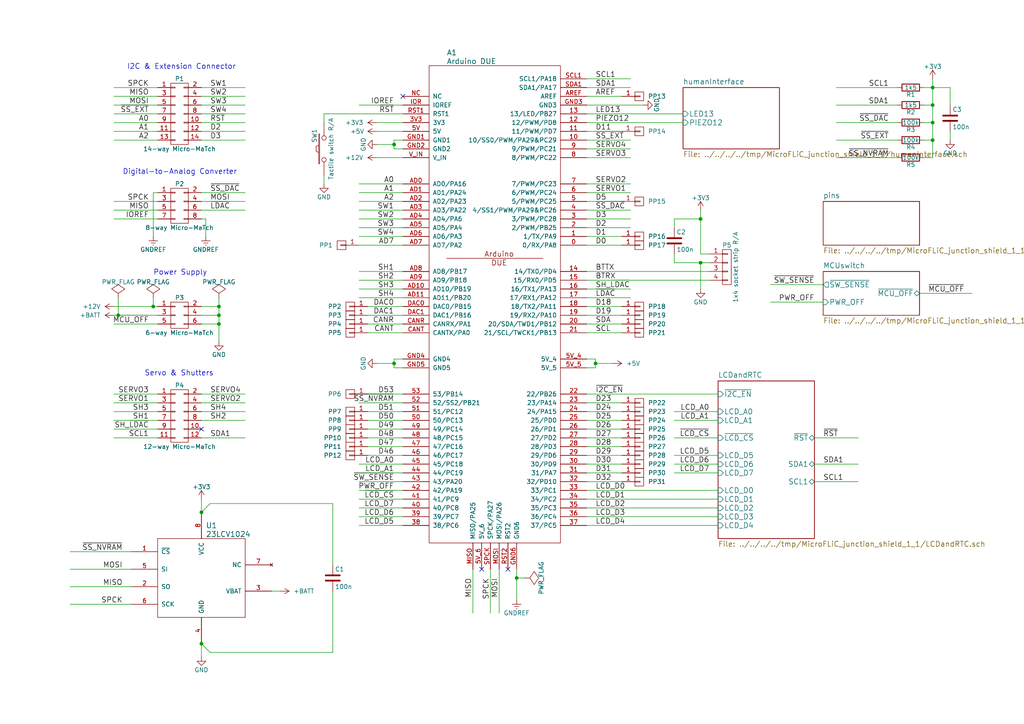
<source format=kicad_sch>
(kicad_sch (version 20230121) (generator eeschema)
  (paper "A4")
  (title_block (title "MicroFLiC junction shield") (date "2015-12-09") (rev "0") (company "King's College London"))
  (junction (at 270.51 25.4))
  (junction (at 203.2 76.2))
  (junction (at 58.42 148.59))
  (junction (at 270.51 35.56))
  (junction (at 58.42 186.69))
  (junction (at 149.86 167.64))
  (junction (at 44.45 88.9))
  (junction (at 270.51 30.48))
  (junction (at 63.5 93.98))
  (junction (at 63.5 91.44))
  (junction (at 63.5 88.9))
  (junction (at 270.51 40.64))
  (junction (at 34.29 91.44))
  (junction (at 114.3 41.91))
  (junction (at 114.3 105.41))
  (junction (at 203.2 63.5))
  (junction (at 172.72 105.41))
  (no_connect (at 147.32 165.1))
  (no_connect (at 58.42 124.46))
  (no_connect (at 139.7 165.1))
  (no_connect (at 116.84 27.94))
  (wire (pts (xy 170.18 30.48) (xy 186.69 30.48)))
  (wire (pts (xy 45.72 27.94) (xy 33.02 27.94)))
  (wire (pts (xy 270.51 30.48) (xy 270.51 35.56)))
  (wire (pts (xy 71.12 25.4) (xy 58.42 25.4)))
  (wire (pts (xy 170.18 88.9) (xy 180.34 88.9)))
  (wire (pts (xy 170.18 68.58) (xy 180.34 68.58)))
  (wire (pts (xy 114.3 106.68) (xy 116.84 106.68)))
  (wire (pts (xy 149.86 167.64) (xy 149.86 173.99)))
  (wire (pts (xy 71.12 40.64) (xy 58.42 40.64)))
  (wire (pts (xy 170.18 124.46) (xy 180.34 124.46)))
  (wire (pts (xy 144.78 165.1) (xy 144.78 177.8)))
  (wire (pts (xy 104.14 134.62) (xy 116.84 134.62)))
  (wire (pts (xy 33.02 124.46) (xy 45.72 124.46)))
  (wire (pts (xy 44.45 88.9) (xy 44.45 86.36)))
  (wire (pts (xy 195.58 137.16) (xy 208.28 137.16)))
  (wire (pts (xy 270.51 40.64) (xy 270.51 45.72)))
  (wire (pts (xy 45.72 55.88) (xy 44.45 55.88)))
  (wire (pts (xy 71.12 27.94) (xy 58.42 27.94)))
  (wire (pts (xy 170.18 55.88) (xy 182.88 55.88)))
  (wire (pts (xy 203.2 73.66) (xy 205.74 73.66)))
  (wire (pts (xy 58.42 186.69) (xy 58.42 190.5)))
  (wire (pts (xy 260.35 45.72) (xy 242.57 45.72)))
  (wire (pts (xy 270.51 25.4) (xy 275.59 25.4)))
  (wire (pts (xy 63.5 91.44) (xy 63.5 93.98)))
  (wire (pts (xy 152.4 167.64) (xy 149.86 167.64)))
  (wire (pts (xy 106.68 121.92) (xy 116.84 121.92)))
  (wire (pts (xy 170.18 43.18) (xy 182.88 43.18)))
  (wire (pts (xy 104.14 144.78) (xy 116.84 144.78)))
  (wire (pts (xy 170.18 38.1) (xy 180.34 38.1)))
  (wire (pts (xy 170.18 27.94) (xy 180.34 27.94)))
  (wire (pts (xy 116.84 30.48) (xy 104.14 30.48)))
  (wire (pts (xy 71.12 35.56) (xy 58.42 35.56)))
  (wire (pts (xy 38.1 165.1) (xy 20.32 165.1)))
  (wire (pts (xy 170.18 45.72) (xy 182.88 45.72)))
  (wire (pts (xy 170.18 144.78) (xy 208.28 144.78)))
  (wire (pts (xy 270.51 45.72) (xy 267.97 45.72)))
  (wire (pts (xy 275.59 25.4) (xy 275.59 30.48)))
  (wire (pts (xy 116.84 116.84) (xy 104.14 116.84)))
  (wire (pts (xy 170.18 71.12) (xy 180.34 71.12)))
  (wire (pts (xy 203.2 63.5) (xy 203.2 73.66)))
  (wire (pts (xy 45.72 25.4) (xy 33.02 25.4)))
  (wire (pts (xy 267.97 30.48) (xy 270.51 30.48)))
  (wire (pts (xy 195.58 127) (xy 208.28 127)))
  (wire (pts (xy 78.74 171.45) (xy 81.28 171.45)))
  (wire (pts (xy 45.72 60.96) (xy 33.02 60.96)))
  (wire (pts (xy 106.68 96.52) (xy 116.84 96.52)))
  (wire (pts (xy 170.18 129.54) (xy 180.34 129.54)))
  (wire (pts (xy 203.2 76.2) (xy 205.74 76.2)))
  (wire (pts (xy 170.18 134.62) (xy 180.34 134.62)))
  (wire (pts (xy 104.14 86.36) (xy 116.84 86.36)))
  (wire (pts (xy 170.18 119.38) (xy 180.34 119.38)))
  (wire (pts (xy 195.58 121.92) (xy 208.28 121.92)))
  (wire (pts (xy 33.02 88.9) (xy 44.45 88.9)))
  (wire (pts (xy 109.22 45.72) (xy 116.84 45.72)))
  (wire (pts (xy 170.18 91.44) (xy 180.34 91.44)))
  (wire (pts (xy 38.1 160.02) (xy 20.32 160.02)))
  (wire (pts (xy 114.3 41.91) (xy 109.22 41.91)))
  (wire (pts (xy 172.72 106.68) (xy 170.18 106.68)))
  (wire (pts (xy 33.02 33.02) (xy 45.72 33.02)))
  (wire (pts (xy 195.58 134.62) (xy 208.28 134.62)))
  (wire (pts (xy 96.52 146.05) (xy 60.96 146.05)))
  (wire (pts (xy 195.58 132.08) (xy 208.28 132.08)))
  (wire (pts (xy 106.68 132.08) (xy 116.84 132.08)))
  (wire (pts (xy 137.16 165.1) (xy 137.16 177.8)))
  (wire (pts (xy 58.42 55.88) (xy 71.12 55.88)))
  (wire (pts (xy 58.42 148.59) (xy 58.42 144.78)))
  (wire (pts (xy 45.72 127) (xy 33.02 127)))
  (wire (pts (xy 63.5 93.98) (xy 63.5 99.06)))
  (wire (pts (xy 63.5 93.98) (xy 58.42 93.98)))
  (wire (pts (xy 114.3 105.41) (xy 114.3 106.68)))
  (wire (pts (xy 170.18 58.42) (xy 180.34 58.42)))
  (wire (pts (xy 170.18 22.86) (xy 182.88 22.86)))
  (wire (pts (xy 170.18 93.98) (xy 180.34 93.98)))
  (wire (pts (xy 106.68 124.46) (xy 116.84 124.46)))
  (wire (pts (xy 266.7 85.09) (xy 281.94 85.09)))
  (wire (pts (xy 170.18 132.08) (xy 180.34 132.08)))
  (wire (pts (xy 114.3 41.91) (xy 114.3 43.18)))
  (wire (pts (xy 71.12 127) (xy 58.42 127)))
  (wire (pts (xy 60.96 146.05) (xy 58.42 148.59)))
  (wire (pts (xy 104.14 147.32) (xy 116.84 147.32)))
  (wire (pts (xy 170.18 114.3) (xy 208.28 114.3)))
  (wire (pts (xy 238.76 82.55) (xy 223.52 82.55)))
  (wire (pts (xy 104.14 149.86) (xy 116.84 149.86)))
  (wire (pts (xy 116.84 66.04) (xy 104.14 66.04)))
  (wire (pts (xy 203.2 76.2) (xy 203.2 83.82)))
  (wire (pts (xy 195.58 73.66) (xy 195.58 76.2)))
  (wire (pts (xy 63.5 91.44) (xy 58.42 91.44)))
  (wire (pts (xy 116.84 104.14) (xy 114.3 104.14)))
  (wire (pts (xy 59.69 63.5) (xy 59.69 68.58)))
  (wire (pts (xy 114.3 40.64) (xy 114.3 41.91)))
  (wire (pts (xy 106.68 88.9) (xy 116.84 88.9)))
  (wire (pts (xy 170.18 53.34) (xy 182.88 53.34)))
  (wire (pts (xy 106.68 129.54) (xy 116.84 129.54)))
  (wire (pts (xy 44.45 88.9) (xy 45.72 88.9)))
  (wire (pts (xy 236.22 127) (xy 248.92 127)))
  (wire (pts (xy 116.84 40.64) (xy 114.3 40.64)))
  (wire (pts (xy 63.5 86.36) (xy 63.5 88.9)))
  (wire (pts (xy 106.68 119.38) (xy 116.84 119.38)))
  (wire (pts (xy 170.18 63.5) (xy 182.88 63.5)))
  (wire (pts (xy 34.29 91.44) (xy 45.72 91.44)))
  (wire (pts (xy 33.02 119.38) (xy 45.72 119.38)))
  (wire (pts (xy 60.96 189.23) (xy 58.42 186.69)))
  (wire (pts (xy 170.18 121.92) (xy 180.34 121.92)))
  (wire (pts (xy 45.72 40.64) (xy 33.02 40.64)))
  (wire (pts (xy 267.97 40.64) (xy 270.51 40.64)))
  (wire (pts (xy 170.18 152.4) (xy 208.28 152.4)))
  (wire (pts (xy 45.72 63.5) (xy 33.02 63.5)))
  (wire (pts (xy 58.42 58.42) (xy 71.12 58.42)))
  (wire (pts (xy 38.1 175.26) (xy 20.32 175.26)))
  (wire (pts (xy 205.74 81.28) (xy 170.18 81.28)))
  (wire (pts (xy 104.14 152.4) (xy 116.84 152.4)))
  (wire (pts (xy 58.42 119.38) (xy 71.12 119.38)))
  (wire (pts (xy 172.72 104.14) (xy 172.72 105.41)))
  (wire (pts (xy 45.72 93.98) (xy 33.02 93.98)))
  (wire (pts (xy 260.35 40.64) (xy 242.57 40.64)))
  (wire (pts (xy 170.18 127) (xy 180.34 127)))
  (wire (pts (xy 116.84 33.02) (xy 93.98 33.02)))
  (wire (pts (xy 267.97 35.56) (xy 270.51 35.56)))
  (wire (pts (xy 116.84 78.74) (xy 104.14 78.74)))
  (wire (pts (xy 71.12 121.92) (xy 58.42 121.92)))
  (wire (pts (xy 170.18 83.82) (xy 182.88 83.82)))
  (wire (pts (xy 104.14 139.7) (xy 116.84 139.7)))
  (wire (pts (xy 58.42 63.5) (xy 59.69 63.5)))
  (wire (pts (xy 203.2 63.5) (xy 195.58 63.5)))
  (wire (pts (xy 170.18 142.24) (xy 208.28 142.24)))
  (wire (pts (xy 170.18 33.02) (xy 198.12 33.02)))
  (wire (pts (xy 106.68 127) (xy 116.84 127)))
  (wire (pts (xy 38.1 170.18) (xy 20.32 170.18)))
  (wire (pts (xy 170.18 40.64) (xy 182.88 40.64)))
  (wire (pts (xy 104.14 63.5) (xy 116.84 63.5)))
  (wire (pts (xy 58.42 88.9) (xy 63.5 88.9)))
  (wire (pts (xy 96.52 163.83) (xy 96.52 146.05)))
  (wire (pts (xy 106.68 114.3) (xy 116.84 114.3)))
  (wire (pts (xy 45.72 114.3) (xy 33.02 114.3)))
  (wire (pts (xy 116.84 35.56) (xy 109.22 35.56)))
  (wire (pts (xy 170.18 96.52) (xy 180.34 96.52)))
  (wire (pts (xy 114.3 105.41) (xy 109.22 105.41)))
  (wire (pts (xy 195.58 63.5) (xy 195.58 66.04)))
  (wire (pts (xy 96.52 171.45) (xy 96.52 189.23)))
  (wire (pts (xy 172.72 105.41) (xy 177.8 105.41)))
  (wire (pts (xy 93.98 50.8) (xy 93.98 53.34)))
  (wire (pts (xy 116.84 58.42) (xy 104.14 58.42)))
  (wire (pts (xy 45.72 35.56) (xy 33.02 35.56)))
  (wire (pts (xy 267.97 25.4) (xy 270.51 25.4)))
  (wire (pts (xy 149.86 165.1) (xy 149.86 167.64)))
  (wire (pts (xy 182.88 66.04) (xy 170.18 66.04)))
  (wire (pts (xy 116.84 38.1) (xy 109.22 38.1)))
  (wire (pts (xy 63.5 88.9) (xy 63.5 91.44)))
  (wire (pts (xy 270.51 35.56) (xy 270.51 40.64)))
  (wire (pts (xy 260.35 25.4) (xy 242.57 25.4)))
  (wire (pts (xy 116.84 53.34) (xy 104.14 53.34)))
  (wire (pts (xy 170.18 116.84) (xy 180.34 116.84)))
  (wire (pts (xy 170.18 139.7) (xy 180.34 139.7)))
  (wire (pts (xy 195.58 76.2) (xy 203.2 76.2)))
  (wire (pts (xy 260.35 35.56) (xy 242.57 35.56)))
  (wire (pts (xy 170.18 60.96) (xy 182.88 60.96)))
  (wire (pts (xy 58.42 38.1) (xy 71.12 38.1)))
  (wire (pts (xy 96.52 189.23) (xy 60.96 189.23)))
  (wire (pts (xy 114.3 104.14) (xy 114.3 105.41)))
  (wire (pts (xy 170.18 147.32) (xy 208.28 147.32)))
  (wire (pts (xy 45.72 116.84) (xy 33.02 116.84)))
  (wire (pts (xy 33.02 91.44) (xy 34.29 91.44)))
  (wire (pts (xy 170.18 149.86) (xy 208.28 149.86)))
  (wire (pts (xy 71.12 30.48) (xy 58.42 30.48)))
  (wire (pts (xy 203.2 60.96) (xy 203.2 63.5)))
  (wire (pts (xy 104.14 81.28) (xy 116.84 81.28)))
  (wire (pts (xy 270.51 25.4) (xy 270.51 30.48)))
  (wire (pts (xy 116.84 83.82) (xy 104.14 83.82)))
  (wire (pts (xy 58.42 33.02) (xy 71.12 33.02)))
  (wire (pts (xy 45.72 58.42) (xy 33.02 58.42)))
  (wire (pts (xy 104.14 137.16) (xy 116.84 137.16)))
  (wire (pts (xy 93.98 33.02) (xy 93.98 35.56)))
  (wire (pts (xy 106.68 93.98) (xy 116.84 93.98)))
  (wire (pts (xy 116.84 71.12) (xy 104.14 71.12)))
  (wire (pts (xy 71.12 114.3) (xy 58.42 114.3)))
  (wire (pts (xy 58.42 60.96) (xy 71.12 60.96)))
  (wire (pts (xy 34.29 91.44) (xy 34.29 86.36)))
  (wire (pts (xy 170.18 35.56) (xy 198.12 35.56)))
  (wire (pts (xy 104.14 142.24) (xy 116.84 142.24)))
  (wire (pts (xy 71.12 116.84) (xy 58.42 116.84)))
  (wire (pts (xy 270.51 22.86) (xy 270.51 25.4)))
  (wire (pts (xy 116.84 68.58) (xy 104.14 68.58)))
  (wire (pts (xy 275.59 38.1) (xy 275.59 40.64)))
  (wire (pts (xy 260.35 30.48) (xy 242.57 30.48)))
  (wire (pts (xy 33.02 38.1) (xy 45.72 38.1)))
  (wire (pts (xy 236.22 134.62) (xy 248.92 134.62)))
  (wire (pts (xy 170.18 86.36) (xy 182.88 86.36)))
  (wire (pts (xy 44.45 55.88) (xy 44.45 68.58)))
  (wire (pts (xy 116.84 60.96) (xy 104.14 60.96)))
  (wire (pts (xy 170.18 137.16) (xy 180.34 137.16)))
  (wire (pts (xy 223.52 87.63) (xy 238.76 87.63)))
  (wire (pts (xy 45.72 121.92) (xy 33.02 121.92)))
  (wire (pts (xy 172.72 105.41) (xy 172.72 106.68)))
  (wire (pts (xy 106.68 91.44) (xy 116.84 91.44)))
  (wire (pts (xy 236.22 139.7) (xy 248.92 139.7)))
  (wire (pts (xy 104.14 55.88) (xy 116.84 55.88)))
  (wire (pts (xy 142.24 165.1) (xy 142.24 177.8)))
  (wire (pts (xy 114.3 43.18) (xy 116.84 43.18)))
  (wire (pts (xy 170.18 78.74) (xy 205.74 78.74)))
  (wire (pts (xy 45.72 30.48) (xy 33.02 30.48)))
  (wire (pts (xy 170.18 25.4) (xy 182.88 25.4)))
  (wire (pts (xy 170.18 104.14) (xy 172.72 104.14)))
  (wire (pts (xy 195.58 119.38) (xy 208.28 119.38)))
  (text "I2C & Extension Connector" (at 36.83 20.32 0) (effects (font (size 1.524 1.524)) (justify left bottom)))
  (text "Servo & Shutters" (at 41.91 109.22 0) (effects (font (size 1.524 1.524)) (justify left bottom)))
  (text "Digital-to-Analog Converter" (at 35.56 50.8 0) (effects (font (size 1.524 1.524)) (justify left bottom)))
  (text "Power Supply" (at 44.45 80.01 0) (effects (font (size 1.524 1.524)) (justify left bottom)))
  (label "D25" (at 172.72 121.92 0) (effects (font (size 1.524 1.524))))
  (label "SH4" (at 60.96 119.38 0) (effects (font (size 1.524 1.524))))
  (label "SCL" (at 172.72 96.52 0) (effects (font (size 1.524 1.524))))
  (label "LCD_D6" (at 114.3 149.86 180) (effects (font (size 1.524 1.524))))
  (label "SDA1" (at 60.96 127 0) (effects (font (size 1.524 1.524))))
  (label "~{I2C_EN}" (at 172.72 114.3 0) (effects (font (size 1.524 1.524))))
  (label "SH_~{LDAC}" (at 172.72 83.82 0) (effects (font (size 1.524 1.524))))
  (label "LCD_A1" (at 114.3 137.16 180) (effects (font (size 1.524 1.524))))
  (label "D47" (at 114.3 129.54 180) (effects (font (size 1.524 1.524))))
  (label "~{SS_NVRAM}" (at 114.3 116.84 180) (effects (font (size 1.524 1.524))))
  (label "~{MCU_OFF}" (at 269.24 85.09 0) (effects (font (size 1.524 1.524))))
  (label "SCL1" (at 257.81 25.4 180) (effects (font (size 1.524 1.524))))
  (label "~{MCU_OFF}" (at 43.18 93.98 180) (effects (font (size 1.524 1.524))))
  (label "~{LDAC}" (at 60.96 60.96 0) (effects (font (size 1.524 1.524))))
  (label "~{LCD_CS}" (at 205.74 127 180) (effects (font (size 1.524 1.524))))
  (label "SERVO2" (at 60.96 116.84 0) (effects (font (size 1.524 1.524))))
  (label "SCL1" (at 238.76 139.7 0) (effects (font (size 1.524 1.524))))
  (label "SERVO4" (at 60.96 114.3 0) (effects (font (size 1.524 1.524))))
  (label "D1" (at 172.72 68.58 0) (effects (font (size 1.524 1.524))))
  (label "LED13" (at 172.72 33.02 0) (effects (font (size 1.524 1.524))))
  (label "D5" (at 172.72 58.42 0) (effects (font (size 1.524 1.524))))
  (label "MISO" (at 35.56 170.18 180) (effects (font (size 1.524 1.524))))
  (label "D28" (at 172.72 129.54 0) (effects (font (size 1.524 1.524))))
  (label "SERVO2" (at 172.72 53.34 0) (effects (font (size 1.524 1.524))))
  (label "SDA1" (at 257.81 30.48 180) (effects (font (size 1.524 1.524))))
  (label "SDA1" (at 172.72 25.4 0) (effects (font (size 1.524 1.524))))
  (label "~{SS_EXT}" (at 257.81 40.64 180) (effects (font (size 1.524 1.524))))
  (label "SH3" (at 114.3 83.82 180) (effects (font (size 1.524 1.524))))
  (label "D3" (at 172.72 63.5 0) (effects (font (size 1.524 1.524))))
  (label "~{RST}" (at 60.96 35.56 0) (effects (font (size 1.524 1.524))))
  (label "D50" (at 114.3 121.92 180) (effects (font (size 1.524 1.524))))
  (label "LCD_D5" (at 114.3 152.4 180) (effects (font (size 1.524 1.524))))
  (label "A0" (at 43.18 35.56 180) (effects (font (size 1.524 1.524))))
  (label "MISO" (at 43.18 60.96 180) (effects (font (size 1.524 1.524))))
  (label "D31" (at 172.72 137.16 0) (effects (font (size 1.524 1.524))))
  (label "SW4" (at 114.3 68.58 180) (effects (font (size 1.524 1.524))))
  (label "D24" (at 172.72 119.38 0) (effects (font (size 1.524 1.524))))
  (label "D29" (at 172.72 132.08 0) (effects (font (size 1.524 1.524))))
  (label "A2" (at 43.18 40.64 180) (effects (font (size 1.524 1.524))))
  (label "LCD_D6" (at 205.74 134.62 180) (effects (font (size 1.524 1.524))))
  (label "SH4" (at 114.3 86.36 180) (effects (font (size 1.524 1.524))))
  (label "D51" (at 114.3 119.38 180) (effects (font (size 1.524 1.524))))
  (label "D49" (at 114.3 124.46 180) (effects (font (size 1.524 1.524))))
  (label "~{SS_DAC}" (at 172.72 60.96 0) (effects (font (size 1.524 1.524))))
  (label "CANR" (at 114.3 93.98 180) (effects (font (size 1.524 1.524))))
  (label "SERVO1" (at 43.18 116.84 180) (effects (font (size 1.524 1.524))))
  (label "IOREF" (at 114.3 30.48 180) (effects (font (size 1.524 1.524))))
  (label "D0" (at 172.72 71.12 0) (effects (font (size 1.524 1.524))))
  (label "SW2" (at 114.3 63.5 180) (effects (font (size 1.524 1.524))))
  (label "A2" (at 114.3 58.42 180) (effects (font (size 1.524 1.524))))
  (label "D32" (at 172.72 139.7 0) (effects (font (size 1.524 1.524))))
  (label "~{LDAC}" (at 172.72 86.36 0) (effects (font (size 1.524 1.524))))
  (label "SCL1" (at 43.18 127 180) (effects (font (size 1.524 1.524))))
  (label "CANT" (at 114.3 96.52 180) (effects (font (size 1.524 1.524))))
  (label "MISO" (at 43.18 27.94 180) (effects (font (size 1.524 1.524))))
  (label "SH_~{LDAC}" (at 43.18 124.46 180) (effects (font (size 1.524 1.524))))
  (label "BTRX" (at 172.72 81.28 0) (effects (font (size 1.524 1.524))))
  (label "~{RST}" (at 238.76 127 0) (effects (font (size 1.524 1.524))))
  (label "LCD_D2" (at 172.72 147.32 0) (effects (font (size 1.524 1.524))))
  (label "DAC1" (at 114.3 91.44 180) (effects (font (size 1.524 1.524))))
  (label "IOREF" (at 43.18 63.5 180) (effects (font (size 1.524 1.524))))
  (label "A1" (at 43.18 38.1 180) (effects (font (size 1.524 1.524))))
  (label "BTTX" (at 172.72 78.74 0) (effects (font (size 1.524 1.524))))
  (label "LCD_D0" (at 172.72 142.24 0) (effects (font (size 1.524 1.524))))
  (label "MOSI" (at 144.78 167.64 270) (effects (font (size 1.524 1.524))))
  (label "~{SW_SENSE}" (at 114.3 139.7 180) (effects (font (size 1.524 1.524))))
  (label "MOSI" (at 35.56 165.1 180) (effects (font (size 1.524 1.524))))
  (label "A1" (at 114.3 55.88 180) (effects (font (size 1.524 1.524))))
  (label "D27" (at 172.72 127 0) (effects (font (size 1.524 1.524))))
  (label "~{LCD_CS}" (at 114.3 144.78 180) (effects (font (size 1.524 1.524))))
  (label "MOSI" (at 43.18 30.48 180) (effects (font (size 1.524 1.524))))
  (label "SCL1" (at 172.72 22.86 0) (effects (font (size 1.524 1.524))))
  (label "D19" (at 172.72 91.44 0) (effects (font (size 1.524 1.524))))
  (label "SPCK" (at 43.18 58.42 180) (effects (font (size 1.524 1.524))))
  (label "LCD_D3" (at 172.72 149.86 0) (effects (font (size 1.524 1.524))))
  (label "SPCK" (at 142.24 167.64 270) (effects (font (size 1.524 1.524))))
  (label "D2" (at 60.96 38.1 0) (effects (font (size 1.524 1.524))))
  (label "~{RST}" (at 114.3 33.02 180) (effects (font (size 1.524 1.524))))
  (label "LCD_D5" (at 205.74 132.08 180) (effects (font (size 1.524 1.524))))
  (label "~{SS_DAC}" (at 257.81 35.56 180) (effects (font (size 1.524 1.524))))
  (label "SERVO1" (at 172.72 55.88 0) (effects (font (size 1.524 1.524))))
  (label "SW3" (at 114.3 66.04 180) (effects (font (size 1.524 1.524))))
  (label "~{SS_EXT}" (at 172.72 40.64 0) (effects (font (size 1.524 1.524))))
  (label "SDA" (at 172.72 93.98 0) (effects (font (size 1.524 1.524))))
  (label "D3" (at 60.96 40.64 0) (effects (font (size 1.524 1.524))))
  (label "SDA1" (at 238.76 134.62 0) (effects (font (size 1.524 1.524))))
  (label "MOSI" (at 60.96 58.42 0) (effects (font (size 1.524 1.524))))
  (label "D23" (at 172.72 116.84 0) (effects (font (size 1.524 1.524))))
  (label "SPCK" (at 35.56 175.26 180) (effects (font (size 1.524 1.524))))
  (label "DAC0" (at 114.3 88.9 180) (effects (font (size 1.524 1.524))))
  (label "D26" (at 172.72 124.46 0) (effects (font (size 1.524 1.524))))
  (label "LCD_A0" (at 114.3 134.62 180) (effects (font (size 1.524 1.524))))
  (label "SH1" (at 114.3 78.74 180) (effects (font (size 1.524 1.524))))
  (label "SH3" (at 43.18 119.38 180) (effects (font (size 1.524 1.524))))
  (label "PIEZO12" (at 172.72 35.56 0) (effects (font (size 1.524 1.524))))
  (label "SH1" (at 43.18 121.92 180) (effects (font (size 1.524 1.524))))
  (label "PWR_OFF" (at 236.22 87.63 180) (effects (font (size 1.524 1.524))))
  (label "LCD_D1" (at 172.72 144.78 0) (effects (font (size 1.524 1.524))))
  (label "SW4" (at 60.96 33.02 0) (effects (font (size 1.524 1.524))))
  (label "SW1" (at 114.3 60.96 180) (effects (font (size 1.524 1.524))))
  (label "SW2" (at 60.96 27.94 0) (effects (font (size 1.524 1.524))))
  (label "~{SW_SENSE}" (at 236.22 82.55 180) (effects (font (size 1.524 1.524))))
  (label "SW1" (at 60.96 25.4 0) (effects (font (size 1.524 1.524))))
  (label "SH2" (at 60.96 121.92 0) (effects (font (size 1.524 1.524))))
  (label "D2" (at 172.72 66.04 0) (effects (font (size 1.524 1.524))))
  (label "LCD_D4" (at 172.72 152.4 0) (effects (font (size 1.524 1.524))))
  (label "SPCK" (at 43.18 25.4 180) (effects (font (size 1.524 1.524))))
  (label "SERVO4" (at 172.72 43.18 0) (effects (font (size 1.524 1.524))))
  (label "~{SS_EXT}" (at 43.18 33.02 180) (effects (font (size 1.524 1.524))))
  (label "D46" (at 114.3 132.08 180) (effects (font (size 1.524 1.524))))
  (label "~{SS_NVRAM}" (at 35.56 160.02 180) (effects (font (size 1.524 1.524))))
  (label "SW3" (at 60.96 30.48 0) (effects (font (size 1.524 1.524))))
  (label "~{SS_NVRAM}" (at 257.81 45.72 180) (effects (font (size 1.524 1.524))))
  (label "PWR_OFF" (at 114.3 142.24 180) (effects (font (size 1.524 1.524))))
  (label "SH2" (at 114.3 81.28 180) (effects (font (size 1.524 1.524))))
  (label "D53" (at 114.3 114.3 180) (effects (font (size 1.524 1.524))))
  (label "AD7" (at 114.3 71.12 180) (effects (font (size 1.524 1.524))))
  (label "D18" (at 172.72 88.9 0) (effects (font (size 1.524 1.524))))
  (label "AREF" (at 172.72 27.94 0) (effects (font (size 1.524 1.524))))
  (label "D48" (at 114.3 127 180) (effects (font (size 1.524 1.524))))
  (label "LCD_D7" (at 205.74 137.16 180) (effects (font (size 1.524 1.524))))
  (label "~{SS_DAC}" (at 60.96 55.88 0) (effects (font (size 1.524 1.524))))
  (label "SERVO3" (at 172.72 45.72 0) (effects (font (size 1.524 1.524))))
  (label "LCD_A1" (at 205.74 121.92 180) (effects (font (size 1.524 1.524))))
  (label "SERVO3" (at 43.18 114.3 180) (effects (font (size 1.524 1.524))))
  (label "A0" (at 114.3 53.34 180) (effects (font (size 1.524 1.524))))
  (label "D30" (at 172.72 134.62 0) (effects (font (size 1.524 1.524))))
  (label "MISO" (at 137.16 167.64 270) (effects (font (size 1.524 1.524))))
  (label "LCD_A0" (at 205.74 119.38 180) (effects (font (size 1.524 1.524))))
  (label "D11" (at 172.72 38.1 0) (effects (font (size 1.524 1.524))))
  (label "LCD_D7" (at 114.3 147.32 180) (effects (font (size 1.524 1.524))))
  (symbol (lib_id "MicroFLiC_junction_shield-rescue:ARDUINO_DUE_SHIELD") (at 144.78 74.93 0) (unit 1)
    (property "Reference" "A1" (at 129.54 15.24 0) (effects (font (size 1.524 1.524)) (justify left)))
    (property "Value" "Arduino DUE" (at 129.54 17.78 0) (effects (font (size 1.524 1.524)) (justify left)))
    (property "Footprint" "jakub:ARDUINO_DUE" (effects hide))
    (property "Part Number" "A000062" (effects hide))
    (property "Manufacturer" "Arduino" (effects hide))
    (property "Package" "Arduino DUE" (effects hide))
    (property "Supplier" "Farnell" (effects hide))
    (property "Order Code" "2250861" (effects hide))
    (property "Alt. Supplier" "Mouser" (effects hide))
    (property "Alt. Order Code" "782-A000062" (effects hide))
    (property "Note" "Arduino/Genuino DUE development board" (effects hide))
  )
  (symbol (lib_id "MicroFLiC_junction_shield-rescue:CONN_02X07") (at 52.07 33.02 0) (unit 1)
    (property "Reference" "P1" (at 52.07 22.86 0))
    (property "Value" "14-way Micro-MaTch" (at 52.07 43.18 0))
    (property "Footprint" "jakub:1-188275-4" (effects hide))
    (property "Part Number" "8-188275-4" (effects hide))
    (property "Manufacturer" "TE Connectivity" (effects hide))
    (property "Package" "Micro-MaTch SMD" (effects hide))
    (property "Supplier" "Farnell" (effects hide))
    (property "Order Code" "3784769" (effects hide))
    (property "Alt. Supplier" "Mouser" (effects hide))
    (property "Alt. Order Code" "571-8-188275-4" (effects hide))
    (property "Note" "14-way SMD Micro-MaTch connector" (effects hide))
  )
  (symbol (lib_id "MicroFLiC_junction_shield-rescue:CONN_02X04") (at 52.07 59.69 0) (unit 1)
    (property "Reference" "P2" (at 52.07 53.34 0))
    (property "Value" "8-way Micro-MaTch" (at 52.07 66.04 0))
    (property "Footprint" "jakub:7-188275-8" (effects hide))
    (property "Part Number" "7-188275-8" (effects hide))
    (property "Manufacturer" "TE Connectivity" (effects hide))
    (property "Package" "Micro-MaTch SMD" (effects hide))
    (property "Supplier" "Farnell" (effects hide))
    (property "Order Code" "3784733" (effects hide))
    (property "Alt. Supplier" "Mouser" (effects hide))
    (property "Alt. Order Code" "571-7-188275-8" (effects hide))
    (property "Note" "8-way SMD Micro-MaTch connector" (effects hide))
  )
  (symbol (lib_id "MicroFLiC_junction_shield-rescue:CONN_02X03") (at 52.07 91.44 0) (unit 1)
    (property "Reference" "P3" (at 52.07 86.36 0))
    (property "Value" "6-way Micro-MaTch" (at 52.07 96.52 0))
    (property "Footprint" "jakub:7-188275-6" (effects hide))
    (property "Part Number" "7-188275-6" (effects hide))
    (property "Manufacturer" "TE Connectivity" (effects hide))
    (property "Package" "Micro-MaTch SMD" (effects hide))
    (property "Supplier" "Farnell" (effects hide))
    (property "Order Code" "1056234" (effects hide))
    (property "Alt. Supplier" "Mouser" (effects hide))
    (property "Alt. Order Code" "571-71882756" (effects hide))
    (property "Note" "6-way SMD Micro-MaTch connector" (effects hide))
  )
  (symbol (lib_id "MicroFLiC_junction_shield-rescue:+12V") (at 33.02 88.9 90) (unit 1)
    (property "Reference" "#PWR01" (effects hide))
    (property "Value" "+12V" (at 29.21 88.9 90) (effects (justify left)))
  )
  (symbol (lib_id "MicroFLiC_junction_shield-rescue:+BATT") (at 33.02 91.44 90) (unit 1)
    (property "Reference" "#PWR02" (effects hide))
    (property "Value" "+BATT" (at 29.21 91.44 90) (effects (justify left)))
  )
  (symbol (lib_id "MicroFLiC_junction_shield-rescue:GND") (at 63.5 99.06 0) (unit 1)
    (property "Reference" "#PWR03" (effects hide))
    (property "Value" "GND" (at 63.5 102.87 0))
  )
  (symbol (lib_id "MicroFLiC_junction_shield-rescue:CONN_02X06") (at 52.07 120.65 0) (unit 1)
    (property "Reference" "P4" (at 52.07 111.76 0))
    (property "Value" "12-way Micro-MaTch" (at 52.07 129.54 0))
    (property "Footprint" "jakub:1-188275-2" (effects hide))
    (property "Part Number" "8-188275-2" (effects hide))
    (property "Manufacturer" "TE Connectivity" (effects hide))
    (property "Package" "Micro-MaTch SMD" (effects hide))
    (property "Supplier" "Farnell" (effects hide))
    (property "Order Code" "3784757" (effects hide))
    (property "Alt. Supplier" "Mouser" (effects hide))
    (property "Alt. Order Code" "571-8-188275-2" (effects hide))
    (property "Note" "12-way SMD Micro-MaTch connector" (effects hide))
  )
  (symbol (lib_id "MicroFLiC_junction_shield-rescue:SW_PUSH") (at 93.98 43.18 90) (unit 1)
    (property "Reference" "SW1" (at 91.186 39.37 0))
    (property "Value" "Tactile switch R/A" (at 96.012 43.18 0))
    (property "Footprint" "jakub:tactileSwitchRA" (effects hide))
    (property "Part Number" "MCDTSA6-5N" (effects hide))
    (property "Manufacturer" "Multicomp" (effects hide))
    (property "Package" "R/A pushbutton" (effects hide))
    (property "Supplier" "Farnell" (effects hide))
    (property "Order Code" "9471804" (effects hide))
    (property "Alt. Supplier" "Mouser" (effects hide))
    (property "Alt. Order Code" "506-FSMRA3JH" (effects hide))
    (property "Note" "Right-angle tactile switch" (effects hide))
  )
  (symbol (lib_id "MicroFLiC_junction_shield-rescue:GND") (at 93.98 53.34 0) (unit 1)
    (property "Reference" "#PWR04" (effects hide))
    (property "Value" "GND" (at 93.98 57.15 0))
  )
  (symbol (lib_id "MicroFLiC_junction_shield-rescue:+3V3") (at 109.22 35.56 90) (unit 1)
    (property "Reference" "#PWR05" (effects hide))
    (property "Value" "+3V3" (at 105.41 35.56 90) (effects (justify left)))
  )
  (symbol (lib_id "MicroFLiC_junction_shield-rescue:+5V") (at 109.22 38.1 90) (unit 1)
    (property "Reference" "#PWR06" (effects hide))
    (property "Value" "+5V" (at 105.664 38.1 90) (effects (justify left)))
  )
  (symbol (lib_id "MicroFLiC_junction_shield-rescue:GND") (at 109.22 41.91 270) (unit 1)
    (property "Reference" "#PWR07" (effects hide))
    (property "Value" "GND" (at 105.41 41.91 0))
  )
  (symbol (lib_id "MicroFLiC_junction_shield-rescue:+12V") (at 109.22 45.72 90) (unit 1)
    (property "Reference" "#PWR08" (effects hide))
    (property "Value" "+12V" (at 105.41 45.72 90) (effects (justify left)))
  )
  (symbol (lib_id "MicroFLiC_junction_shield-rescue:GND") (at 109.22 105.41 270) (unit 1)
    (property "Reference" "#PWR09" (effects hide))
    (property "Value" "GND" (at 105.41 105.41 0))
  )
  (symbol (lib_id "MicroFLiC_junction_shield-rescue:+5V") (at 177.8 105.41 270) (unit 1)
    (property "Reference" "#PWR010" (effects hide))
    (property "Value" "+5V" (at 181.61 105.41 90) (effects (justify left)))
  )
  (symbol (lib_id "MicroFLiC_junction_shield-rescue:GND") (at 186.69 30.48 90) (unit 1)
    (property "Reference" "#PWR011" (effects hide))
    (property "Value" "GND" (at 190.5 30.48 0))
  )
  (symbol (lib_id "MicroFLiC_junction_shield-rescue:GNDREF") (at 44.45 68.58 0) (unit 1)
    (property "Reference" "#PWR012" (effects hide))
    (property "Value" "GNDREF" (at 44.45 72.39 0))
  )
  (symbol (lib_id "MicroFLiC_junction_shield-rescue:GNDREF") (at 59.69 68.58 0) (unit 1)
    (property "Reference" "#PWR013" (effects hide))
    (property "Value" "GNDREF" (at 59.69 72.39 0))
  )
  (symbol (lib_id "MicroFLiC_junction_shield-rescue:GNDREF") (at 149.86 173.99 0) (unit 1)
    (property "Reference" "#PWR014" (effects hide))
    (property "Value" "GNDREF" (at 149.86 177.8 0))
  )
  (symbol (lib_id "MicroFLiC_junction_shield-rescue:CONN_01X04") (at 210.82 77.47 0) (unit 1)
    (property "Reference" "P5" (at 210.82 71.12 0))
    (property "Value" "1x4 socket strip R/A" (at 213.36 77.47 90))
    (property "Footprint" "Socket_Strips:Socket_Strip_Straight_1x04" (effects hide))
    (property "Part Number" "SSW-104-02-G-S-RA" (effects hide))
    (property "Manufacturer" "Samtec" (effects hide))
    (property "Package" "SIL-4" (effects hide))
    (property "Supplier" "Farnell" (effects hide))
    (property "Order Code" "1668345" (effects hide))
    (property "Alt. Supplier" "Samtec" (effects hide))
    (property "Alt. Order Code" "SSW-104-02-G-S-RA" (effects hide))
    (property "Note" "1x4 right-angle socket strip" (effects hide))
  )
  (symbol (lib_id "MicroFLiC_junction_shield-rescue:+3V3") (at 203.2 60.96 0) (unit 1)
    (property "Reference" "#PWR015" (effects hide))
    (property "Value" "+3V3" (at 203.2 57.404 0))
  )
  (symbol (lib_id "MicroFLiC_junction_shield-rescue:GND") (at 203.2 83.82 0) (unit 1)
    (property "Reference" "#PWR016" (effects hide))
    (property "Value" "GND" (at 203.2 87.63 0))
  )
  (symbol (lib_id "MicroFLiC_junction_shield-rescue:+3V3") (at 270.51 22.86 0) (unit 1)
    (property "Reference" "#PWR017" (effects hide))
    (property "Value" "+3V3" (at 270.51 19.304 0))
  )
  (symbol (lib_id "MicroFLiC_junction_shield-rescue:GND") (at 275.59 40.64 0) (unit 1)
    (property "Reference" "#PWR018" (effects hide))
    (property "Value" "GND" (at 275.59 44.45 0))
  )
  (symbol (lib_id "MicroFLiC_junction_shield-rescue:23LVC1024") (at 58.42 167.64 0) (unit 1)
    (property "Reference" "U1" (at 59.69 152.4 0) (effects (font (size 1.524 1.524)) (justify left)))
    (property "Value" "23LCV1024" (at 59.69 154.94 0) (effects (font (size 1.524 1.524)) (justify left)))
    (property "Footprint" "Housings_SOIC:SOIC-8_3.9x4.9mm_Pitch1.27mm" (effects hide))
    (property "Part Number" "23LCV1024-I/SN" (effects hide))
    (property "Manufacturer" "Microchip" (effects hide))
    (property "Package" "SOIC-8" (effects hide))
    (property "Supplier" "Farnell" (effects hide))
    (property "Order Code" "2291919" (effects hide))
    (property "Alt. Supplier" "Mouser" (effects hide))
    (property "Alt. Order Code" "579-23LCV1024-I/SN" (effects hide))
    (property "Note" "1 Mbit SPI serial SRAM with battery backup and SDI interface" (effects hide))
  )
  (symbol (lib_id "MicroFLiC_junction_shield-rescue:+BATT") (at 81.28 171.45 270) (unit 1)
    (property "Reference" "#PWR019" (effects hide))
    (property "Value" "+BATT" (at 85.09 171.45 90) (effects (justify left)))
  )
  (symbol (lib_id "MicroFLiC_junction_shield-rescue:C") (at 96.52 167.64 0) (unit 1)
    (property "Reference" "C1" (at 97.155 165.1 0) (effects (justify left)))
    (property "Value" "100n" (at 97.155 170.18 0) (effects (justify left)))
    (property "Footprint" "Capacitors_SMD:C_0805" (effects hide))
    (property "Part Number" "MC0805B104K250CT" (effects hide))
    (property "Manufacturer" "Multicomp" (effects hide))
    (property "Package" "0805" (effects hide))
    (property "Supplier" "Farnell" (effects hide))
    (property "Order Code" "1759166" (effects hide))
    (property "Alt. Supplier" "Mouser" (effects hide))
    (property "Alt. Order Code" "710-885012207098" (effects hide))
    (property "Note" "100nF/50V X7R 0805 ceramic capacitor" (effects hide))
  )
  (symbol (lib_id "MicroFLiC_junction_shield-rescue:GND") (at 58.42 190.5 0) (unit 1)
    (property "Reference" "#PWR020" (effects hide))
    (property "Value" "GND" (at 58.42 194.31 0))
  )
  (symbol (lib_id "MicroFLiC_junction_shield-rescue:+3V3") (at 58.42 144.78 0) (unit 1)
    (property "Reference" "#PWR021" (effects hide))
    (property "Value" "+3V3" (at 58.42 141.224 0))
  )
  (symbol (lib_id "MicroFLiC_junction_shield-rescue:CONN_01X01") (at 185.42 27.94 0) (unit 1)
    (property "Reference" "PP13" (at 187.96 27.94 0) (effects (justify left)))
    (property "Value" "CONN_01X01" (effects hide))
    (property "Footprint" "jakub:PIN_ARRAY_1" (effects hide))
  )
  (symbol (lib_id "MicroFLiC_junction_shield-rescue:CONN_01X01") (at 185.42 38.1 0) (unit 1)
    (property "Reference" "PP14" (at 187.96 38.1 0) (effects (justify left)))
    (property "Value" "CONN_01X01" (effects hide))
    (property "Footprint" "jakub:PIN_ARRAY_1" (effects hide))
  )
  (symbol (lib_id "MicroFLiC_junction_shield-rescue:CONN_01X01") (at 101.6 132.08 0) (mirror y) (unit 1)
    (property "Reference" "PP12" (at 99.06 132.08 0) (effects (justify left)))
    (property "Value" "CONN_01X01" (effects hide))
    (property "Footprint" "jakub:PIN_ARRAY_1" (effects hide))
  )
  (symbol (lib_id "MicroFLiC_junction_shield-rescue:CONN_01X01") (at 99.06 71.12 180) (unit 1)
    (property "Reference" "PP1" (at 96.52 71.12 0) (effects (justify left)))
    (property "Value" "CONN_01X01" (effects hide))
    (property "Footprint" "jakub:PIN_ARRAY_1" (effects hide))
  )
  (symbol (lib_id "MicroFLiC_junction_shield-rescue:CONN_01X01") (at 185.42 68.58 0) (unit 1)
    (property "Reference" "PP16" (at 187.96 68.58 0) (effects (justify left)))
    (property "Value" "CONN_01X01" (effects hide))
    (property "Footprint" "jakub:PIN_ARRAY_1" (effects hide))
  )
  (symbol (lib_id "MicroFLiC_junction_shield-rescue:CONN_01X01") (at 185.42 58.42 0) (unit 1)
    (property "Reference" "PP15" (at 187.96 58.42 0) (effects (justify left)))
    (property "Value" "CONN_01X01" (effects hide))
    (property "Footprint" "jakub:PIN_ARRAY_1" (effects hide))
  )
  (symbol (lib_id "MicroFLiC_junction_shield-rescue:CONN_01X01") (at 185.42 71.12 0) (unit 1)
    (property "Reference" "PP17" (at 187.96 71.12 0) (effects (justify left)))
    (property "Value" "CONN_01X01" (effects hide))
    (property "Footprint" "jakub:PIN_ARRAY_1" (effects hide))
  )
  (symbol (lib_id "MicroFLiC_junction_shield-rescue:CONN_01X01") (at 185.42 88.9 0) (unit 1)
    (property "Reference" "PP18" (at 187.96 88.9 0) (effects (justify left)))
    (property "Value" "CONN_01X01" (effects hide))
    (property "Footprint" "jakub:PIN_ARRAY_1" (effects hide))
  )
  (symbol (lib_id "MicroFLiC_junction_shield-rescue:CONN_01X01") (at 101.6 88.9 180) (unit 1)
    (property "Reference" "PP2" (at 99.06 88.9 0) (effects (justify left)))
    (property "Value" "CONN_01X01" (effects hide))
    (property "Footprint" "jakub:PIN_ARRAY_1" (effects hide))
  )
  (symbol (lib_id "MicroFLiC_junction_shield-rescue:CONN_01X01") (at 101.6 91.44 180) (unit 1)
    (property "Reference" "PP3" (at 99.06 91.44 0) (effects (justify left)))
    (property "Value" "CONN_01X01" (effects hide))
    (property "Footprint" "jakub:PIN_ARRAY_1" (effects hide))
  )
  (symbol (lib_id "MicroFLiC_junction_shield-rescue:CONN_01X01") (at 101.6 93.98 180) (unit 1)
    (property "Reference" "PP4" (at 99.06 93.98 0) (effects (justify left)))
    (property "Value" "CONN_01X01" (effects hide))
    (property "Footprint" "jakub:PIN_ARRAY_1" (effects hide))
  )
  (symbol (lib_id "MicroFLiC_junction_shield-rescue:CONN_01X01") (at 101.6 96.52 180) (unit 1)
    (property "Reference" "PP5" (at 99.06 96.52 0) (effects (justify left)))
    (property "Value" "CONN_01X01" (effects hide))
    (property "Footprint" "jakub:PIN_ARRAY_1" (effects hide))
  )
  (symbol (lib_id "MicroFLiC_junction_shield-rescue:CONN_01X01") (at 101.6 114.3 180) (unit 1)
    (property "Reference" "PP6" (at 99.06 114.3 0) (effects (justify left)))
    (property "Value" "CONN_01X01" (effects hide))
    (property "Footprint" "jakub:PIN_ARRAY_1" (effects hide))
  )
  (symbol (lib_id "MicroFLiC_junction_shield-rescue:CONN_01X01") (at 101.6 119.38 180) (unit 1)
    (property "Reference" "PP7" (at 99.06 119.38 0) (effects (justify left)))
    (property "Value" "CONN_01X01" (effects hide))
    (property "Footprint" "jakub:PIN_ARRAY_1" (effects hide))
  )
  (symbol (lib_id "MicroFLiC_junction_shield-rescue:CONN_01X01") (at 101.6 121.92 180) (unit 1)
    (property "Reference" "PP8" (at 99.06 121.92 0) (effects (justify left)))
    (property "Value" "CONN_01X01" (effects hide))
    (property "Footprint" "jakub:PIN_ARRAY_1" (effects hide))
  )
  (symbol (lib_id "MicroFLiC_junction_shield-rescue:CONN_01X01") (at 101.6 124.46 180) (unit 1)
    (property "Reference" "PP9" (at 99.06 124.46 0) (effects (justify left)))
    (property "Value" "CONN_01X01" (effects hide))
    (property "Footprint" "jakub:PIN_ARRAY_1" (effects hide))
  )
  (symbol (lib_id "MicroFLiC_junction_shield-rescue:CONN_01X01") (at 101.6 127 180) (unit 1)
    (property "Reference" "PP10" (at 99.06 127 0) (effects (justify left)))
    (property "Value" "CONN_01X01" (effects hide))
    (property "Footprint" "jakub:PIN_ARRAY_1" (effects hide))
  )
  (symbol (lib_id "MicroFLiC_junction_shield-rescue:CONN_01X01") (at 101.6 129.54 180) (unit 1)
    (property "Reference" "PP11" (at 99.06 129.54 0) (effects (justify left)))
    (property "Value" "CONN_01X01" (effects hide))
    (property "Footprint" "jakub:PIN_ARRAY_1" (effects hide))
  )
  (symbol (lib_id "MicroFLiC_junction_shield-rescue:CONN_01X01") (at 185.42 91.44 0) (unit 1)
    (property "Reference" "PP19" (at 187.96 91.44 0) (effects (justify left)))
    (property "Value" "CONN_01X01" (effects hide))
    (property "Footprint" "jakub:PIN_ARRAY_1" (effects hide))
  )
  (symbol (lib_id "MicroFLiC_junction_shield-rescue:CONN_01X01") (at 185.42 137.16 0) (unit 1)
    (property "Reference" "PP30" (at 187.96 137.16 0) (effects (justify left)))
    (property "Value" "CONN_01X01" (effects hide))
    (property "Footprint" "jakub:PIN_ARRAY_1" (effects hide))
  )
  (symbol (lib_id "MicroFLiC_junction_shield-rescue:CONN_01X01") (at 185.42 139.7 0) (unit 1)
    (property "Reference" "PP31" (at 187.96 139.7 0) (effects (justify left)))
    (property "Value" "CONN_01X01" (effects hide))
    (property "Footprint" "jakub:PIN_ARRAY_1" (effects hide))
  )
  (symbol (lib_id "MicroFLiC_junction_shield-rescue:CONN_01X01") (at 185.42 116.84 0) (unit 1)
    (property "Reference" "PP22" (at 187.96 116.84 0) (effects (justify left)))
    (property "Value" "CONN_01X01" (effects hide))
    (property "Footprint" "jakub:PIN_ARRAY_1" (effects hide))
  )
  (symbol (lib_id "MicroFLiC_junction_shield-rescue:CONN_01X01") (at 185.42 119.38 0) (unit 1)
    (property "Reference" "PP23" (at 187.96 119.38 0) (effects (justify left)))
    (property "Value" "CONN_01X01" (effects hide))
    (property "Footprint" "jakub:PIN_ARRAY_1" (effects hide))
  )
  (symbol (lib_id "MicroFLiC_junction_shield-rescue:CONN_01X01") (at 185.42 121.92 0) (unit 1)
    (property "Reference" "PP24" (at 187.96 121.92 0) (effects (justify left)))
    (property "Value" "CONN_01X01" (effects hide))
    (property "Footprint" "jakub:PIN_ARRAY_1" (effects hide))
  )
  (symbol (lib_id "MicroFLiC_junction_shield-rescue:CONN_01X01") (at 185.42 124.46 0) (unit 1)
    (property "Reference" "PP25" (at 187.96 124.46 0) (effects (justify left)))
    (property "Value" "CONN_01X01" (effects hide))
    (property "Footprint" "jakub:PIN_ARRAY_1" (effects hide))
  )
  (symbol (lib_id "MicroFLiC_junction_shield-rescue:CONN_01X01") (at 185.42 127 0) (unit 1)
    (property "Reference" "PP26" (at 187.96 127 0) (effects (justify left)))
    (property "Value" "CONN_01X01" (effects hide))
    (property "Footprint" "jakub:PIN_ARRAY_1" (effects hide))
  )
  (symbol (lib_id "MicroFLiC_junction_shield-rescue:CONN_01X01") (at 185.42 129.54 0) (unit 1)
    (property "Reference" "PP27" (at 187.96 129.54 0) (effects (justify left)))
    (property "Value" "CONN_01X01" (effects hide))
    (property "Footprint" "jakub:PIN_ARRAY_1" (effects hide))
  )
  (symbol (lib_id "MicroFLiC_junction_shield-rescue:CONN_01X01") (at 185.42 132.08 0) (unit 1)
    (property "Reference" "PP28" (at 187.96 132.08 0) (effects (justify left)))
    (property "Value" "CONN_01X01" (effects hide))
    (property "Footprint" "jakub:PIN_ARRAY_1" (effects hide))
  )
  (symbol (lib_id "MicroFLiC_junction_shield-rescue:R") (at 264.16 35.56 270) (unit 1)
    (property "Reference" "R3" (at 264.16 37.592 90))
    (property "Value" "100k" (at 264.16 35.56 90))
    (property "Footprint" "Resistors_SMD:R_0805" (effects hide))
    (property "Part Number" "MCWR08X1003FTL" (effects hide))
    (property "Manufacturer" "Multicomp" (effects hide))
    (property "Package" "0805" (effects hide))
    (property "Supplier" "Farnell" (effects hide))
    (property "Order Code" "2447551" (effects hide))
    (property "Alt. Supplier" "Mouser" (effects hide))
    (property "Alt. Order Code" "71-CRCW0805-100K-E3" (effects hide))
    (property "Note" "100kΩ/1% 0805 resistor" (effects hide))
  )
  (symbol (lib_id "MicroFLiC_junction_shield-rescue:R") (at 264.16 25.4 270) (unit 1)
    (property "Reference" "R1" (at 264.16 27.432 90))
    (property "Value" "1k5" (at 264.16 25.4 90))
    (property "Footprint" "Resistors_SMD:R_0805" (effects hide))
    (property "Part Number" "MCWR08X1501FTL" (effects hide))
    (property "Manufacturer" "Multicomp" (effects hide))
    (property "Package" "0805" (effects hide))
    (property "Supplier" "Farnell" (effects hide))
    (property "Order Code" "2447592" (effects hide))
    (property "Alt. Supplier" "Mouser" (effects hide))
    (property "Alt. Order Code" "71-CRCW0805-1.5K-E3" (effects hide))
    (property "Note" "1.5kΩ/1% 0805 resistor" (effects hide))
  )
  (symbol (lib_id "MicroFLiC_junction_shield-rescue:C") (at 195.58 69.85 0) (unit 1)
    (property "Reference" "C2" (at 196.215 67.31 0) (effects (justify left)))
    (property "Value" "100n" (at 196.215 72.39 0) (effects (justify left)))
    (property "Footprint" "Capacitors_SMD:C_0805" (effects hide))
    (property "Part Number" "MC0805B104K250CT" (effects hide))
    (property "Manufacturer" "Multicomp" (effects hide))
    (property "Package" "0805" (effects hide))
    (property "Supplier" "Farnell" (effects hide))
    (property "Order Code" "1759166" (effects hide))
    (property "Alt. Supplier" "Mouser" (effects hide))
    (property "Alt. Order Code" "710-885012207098" (effects hide))
    (property "Note" "100nF/50V X7R 0805 ceramic capacitor" (effects hide))
  )
  (symbol (lib_id "MicroFLiC_junction_shield-rescue:C") (at 275.59 34.29 0) (unit 1)
    (property "Reference" "C3" (at 276.225 31.75 0) (effects (justify left)))
    (property "Value" "100n" (at 276.225 36.83 0) (effects (justify left)))
    (property "Footprint" "Capacitors_SMD:C_0805" (effects hide))
    (property "Part Number" "MC0805B104K250CT" (effects hide))
    (property "Manufacturer" "Multicomp" (effects hide))
    (property "Package" "0805" (effects hide))
    (property "Supplier" "Farnell" (effects hide))
    (property "Order Code" "1759166" (effects hide))
    (property "Alt. Supplier" "Mouser" (effects hide))
    (property "Alt. Order Code" "710-885012207098" (effects hide))
    (property "Note" "100nF/50V X7R 0805 ceramic capacitor" (effects hide))
  )
  (symbol (lib_id "MicroFLiC_junction_shield-rescue:R") (at 264.16 30.48 270) (unit 1)
    (property "Reference" "R2" (at 264.16 32.512 90))
    (property "Value" "1k5" (at 264.16 30.48 90))
    (property "Footprint" "Resistors_SMD:R_0805" (effects hide))
    (property "Part Number" "MCWR08X1501FTL" (effects hide))
    (property "Manufacturer" "Multicomp" (effects hide))
    (property "Package" "0805" (effects hide))
    (property "Supplier" "Farnell" (effects hide))
    (property "Order Code" "2447592" (effects hide))
    (property "Alt. Supplier" "Mouser" (effects hide))
    (property "Alt. Order Code" "71-CRCW0805-1.5K-E3" (effects hide))
    (property "Note" "1.5kΩ/1% 0805 resistor" (effects hide))
  )
  (symbol (lib_id "MicroFLiC_junction_shield-rescue:R") (at 264.16 40.64 270) (unit 1)
    (property "Reference" "R4" (at 264.16 42.672 90))
    (property "Value" "100k" (at 264.16 40.64 90))
    (property "Footprint" "Resistors_SMD:R_0805" (effects hide))
    (property "Part Number" "MCWR08X1003FTL" (effects hide))
    (property "Manufacturer" "Multicomp" (effects hide))
    (property "Package" "0805" (effects hide))
    (property "Supplier" "Farnell" (effects hide))
    (property "Order Code" "2447551" (effects hide))
    (property "Alt. Supplier" "Mouser" (effects hide))
    (property "Alt. Order Code" "71-CRCW0805-100K-E3" (effects hide))
    (property "Note" "100kΩ/1% 0805 resistor" (effects hide))
  )
  (symbol (lib_id "MicroFLiC_junction_shield-rescue:R") (at 264.16 45.72 270) (unit 1)
    (property "Reference" "R5" (at 264.16 47.752 90))
    (property "Value" "100k" (at 264.16 45.72 90))
    (property "Footprint" "Resistors_SMD:R_0805" (effects hide))
    (property "Part Number" "MCWR08X1003FTL" (effects hide))
    (property "Manufacturer" "Multicomp" (effects hide))
    (property "Package" "0805" (effects hide))
    (property "Supplier" "Farnell" (effects hide))
    (property "Order Code" "2447551" (effects hide))
    (property "Alt. Supplier" "Mouser" (effects hide))
    (property "Alt. Order Code" "71-CRCW0805-100K-E3" (effects hide))
    (property "Note" "100kΩ/1% 0805 resistor" (effects hide))
  )
  (symbol (lib_id "MicroFLiC_junction_shield-rescue:CONN_01X01") (at 185.42 134.62 0) (unit 1)
    (property "Reference" "PP29" (at 187.96 134.62 0) (effects (justify left)))
    (property "Value" "CONN_01X01" (effects hide))
    (property "Footprint" "jakub:PIN_ARRAY_1" (effects hide))
  )
  (symbol (lib_id "MicroFLiC_junction_shield-rescue:CONN_01X01") (at 185.42 93.98 0) (unit 1)
    (property "Reference" "PP20" (at 187.96 93.98 0) (effects (justify left)))
    (property "Value" "CONN_01X01" (effects hide))
    (property "Footprint" "jakub:PIN_ARRAY_1" (effects hide))
  )
  (symbol (lib_id "MicroFLiC_junction_shield-rescue:CONN_01X01") (at 185.42 96.52 0) (unit 1)
    (property "Reference" "PP21" (at 187.96 96.52 0) (effects (justify left)))
    (property "Value" "CONN_01X01" (effects hide))
    (property "Footprint" "jakub:PIN_ARRAY_1" (effects hide))
    (property "Supplier" "Farnell" (effects hide))
  )
  (symbol (lib_id "MicroFLiC_junction_shield-rescue:PWR_FLAG") (at 63.5 86.36 0) (unit 1)
    (property "Reference" "#FLG022" (effects hide))
    (property "Value" "PWR_FLAG" (at 63.5 81.788 0))
  )
  (symbol (lib_id "MicroFLiC_junction_shield-rescue:PWR_FLAG") (at 44.45 86.36 0) (unit 1)
    (property "Reference" "#FLG023" (effects hide))
    (property "Value" "PWR_FLAG" (at 44.45 81.788 0))
  )
  (symbol (lib_id "MicroFLiC_junction_shield-rescue:PWR_FLAG") (at 34.29 86.36 0) (unit 1)
    (property "Reference" "#FLG024" (effects hide))
    (property "Value" "PWR_FLAG" (at 34.29 81.788 0))
  )
  (symbol (lib_id "MicroFLiC_junction_shield-rescue:PWR_FLAG") (at 152.4 167.64 270) (unit 1)
    (property "Reference" "#FLG025" (effects hide))
    (property "Value" "PWR_FLAG" (at 156.972 167.64 0))
  )
  (sheet (at 198.12 25.4) (size 27.94 17.78)
    (property "Sheetname" "humanInterface" (at 198.12 24.5614 0) (effects (font (size 1.524 1.524)) (justify left bottom)))
    (property "Sheetfile" "../../../../tmp/MicroFLiC_junction_shield_1_1/humanInterface.sch" (at 198.12 43.8662 0) (effects (font (size 1.524 1.524)) (justify left top)))
    (pin "LED13" input (at 198.12 33.02 180) (effects (font (size 1.524 1.524))))
    (pin "PIEZO12" input (at 198.12 35.56 180) (effects (font (size 1.524 1.524))))
  )
  (sheet (at 208.28 110.49) (size 27.94 45.72)
    (property "Sheetname" "LCDandRTC" (at 208.28 109.6514 0) (effects (font (size 1.524 1.524)) (justify left bottom)))
    (property "Sheetfile" "../../../../tmp/MicroFLiC_junction_shield_1_1/LCDandRTC.sch" (at 208.28 156.8962 0) (effects (font (size 1.524 1.524)) (justify left top)))
    (pin "SDA1" bidirectional (at 236.22 134.62 0) (effects (font (size 1.524 1.524))))
    (pin "SCL1" bidirectional (at 236.22 139.7 0) (effects (font (size 1.524 1.524))))
    (pin "~{I2C_EN}" input (at 208.28 114.3 180) (effects (font (size 1.524 1.524))))
    (pin "LCD_A0" input (at 208.28 119.38 180) (effects (font (size 1.524 1.524))))
    (pin "LCD_A1" input (at 208.28 121.92 180) (effects (font (size 1.524 1.524))))
    (pin "~{LCD_CS}" input (at 208.28 127 180) (effects (font (size 1.524 1.524))))
    (pin "LCD_D0" input (at 208.28 142.24 180) (effects (font (size 1.524 1.524))))
    (pin "LCD_D1" input (at 208.28 144.78 180) (effects (font (size 1.524 1.524))))
    (pin "LCD_D2" input (at 208.28 147.32 180) (effects (font (size 1.524 1.524))))
    (pin "LCD_D3" input (at 208.28 149.86 180) (effects (font (size 1.524 1.524))))
    (pin "LCD_D4" input (at 208.28 152.4 180) (effects (font (size 1.524 1.524))))
    (pin "LCD_D5" input (at 208.28 132.08 180) (effects (font (size 1.524 1.524))))
    (pin "LCD_D6" input (at 208.28 134.62 180) (effects (font (size 1.524 1.524))))
    (pin "LCD_D7" input (at 208.28 137.16 180) (effects (font (size 1.524 1.524))))
    (pin "~{RST}" bidirectional (at 236.22 127 0) (effects (font (size 1.524 1.524))))
  )
  (sheet (at 238.76 58.42) (size 27.94 12.7)
    (property "Sheetname" "pins" (at 238.76 57.5814 0) (effects (font (size 1.524 1.524)) (justify left bottom)))
    (property "Sheetfile" "../../../../tmp/MicroFLiC_junction_shield_1_1/pins.sch" (at 238.76 71.8062 0) (effects (font (size 1.524 1.524)) (justify left top)))
  )
  (sheet (at 238.76 78.74) (size 27.94 12.7)
    (property "Sheetname" "MCUswitch" (at 238.76 77.9014 0) (effects (font (size 1.524 1.524)) (justify left bottom)))
    (property "Sheetfile" "../../../../tmp/MicroFLiC_junction_shield_1_1/MCUswitch.sch" (at 238.76 92.1262 0) (effects (font (size 1.524 1.524)) (justify left top)))
    (pin "PWR_OFF" input (at 238.76 87.63 180) (effects (font (size 1.524 1.524))))
    (pin "~{MCU_OFF}" bidirectional (at 266.7 85.09 0) (effects (font (size 1.524 1.524))))
    (pin "~{SW_SENSE}" output (at 238.76 82.55 180) (effects (font (size 1.524 1.524))))
  )
)
</source>
